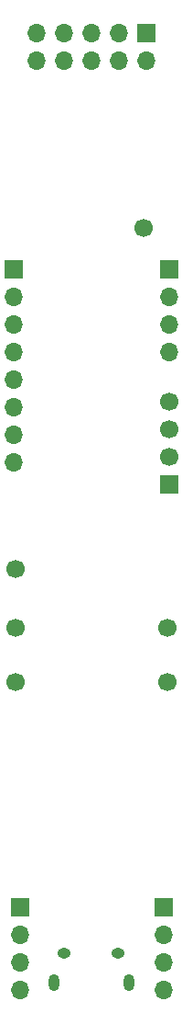
<source format=gbr>
%TF.GenerationSoftware,KiCad,Pcbnew,(6.0.11)*%
%TF.CreationDate,2023-03-09T16:41:40+00:00*%
%TF.ProjectId,QuadEnv_Components,51756164-456e-4765-9f43-6f6d706f6e65,rev?*%
%TF.SameCoordinates,Original*%
%TF.FileFunction,Soldermask,Bot*%
%TF.FilePolarity,Negative*%
%FSLAX46Y46*%
G04 Gerber Fmt 4.6, Leading zero omitted, Abs format (unit mm)*
G04 Created by KiCad (PCBNEW (6.0.11)) date 2023-03-09 16:41:40*
%MOMM*%
%LPD*%
G01*
G04 APERTURE LIST*
%ADD10C,1.700000*%
%ADD11O,1.700000X1.700000*%
%ADD12R,1.700000X1.700000*%
%ADD13O,1.250000X0.950000*%
%ADD14O,1.000000X1.550000*%
G04 APERTURE END LIST*
D10*
%TO.C,TP6*%
X52400000Y-102000000D03*
%TD*%
%TO.C,TP5*%
X52400000Y-107400000D03*
%TD*%
%TO.C,TP4*%
X66400000Y-112400000D03*
%TD*%
%TO.C,TP3*%
X52400000Y-112400000D03*
%TD*%
%TO.C,TP2*%
X66400000Y-107400000D03*
%TD*%
%TO.C,TP1*%
X64200000Y-70600000D03*
%TD*%
D11*
%TO.C,J1*%
X52200000Y-92180000D03*
X52200000Y-89640000D03*
X52200000Y-87100000D03*
X52200000Y-84560000D03*
X52200000Y-82020000D03*
X52200000Y-79480000D03*
X52200000Y-76940000D03*
D12*
X52200000Y-74400000D03*
%TD*%
D13*
%TO.C,J7*%
X56900000Y-137415000D03*
X61900000Y-137415000D03*
D14*
X62900000Y-140115000D03*
X55900000Y-140115000D03*
%TD*%
D12*
%TO.C,J6*%
X64480000Y-52660000D03*
D11*
X64480000Y-55200000D03*
X61940000Y-52660000D03*
X61940000Y-55200000D03*
X59400000Y-52660000D03*
X59400000Y-55200000D03*
X56860000Y-52660000D03*
X56860000Y-55200000D03*
X54320000Y-52660000D03*
X54320000Y-55200000D03*
%TD*%
D12*
%TO.C,J5*%
X66600000Y-94210000D03*
D10*
X66600000Y-91670000D03*
X66600000Y-89130000D03*
X66600000Y-86590000D03*
%TD*%
D12*
%TO.C,J4*%
X66100000Y-133200000D03*
D11*
X66100000Y-135740000D03*
X66100000Y-138280000D03*
X66100000Y-140820000D03*
%TD*%
D12*
%TO.C,J3*%
X66600000Y-74400000D03*
D11*
X66600000Y-76940000D03*
X66600000Y-79480000D03*
X66600000Y-82020000D03*
%TD*%
%TO.C,J2*%
X52800000Y-140820000D03*
X52800000Y-138280000D03*
X52800000Y-135740000D03*
D12*
X52800000Y-133200000D03*
%TD*%
M02*

</source>
